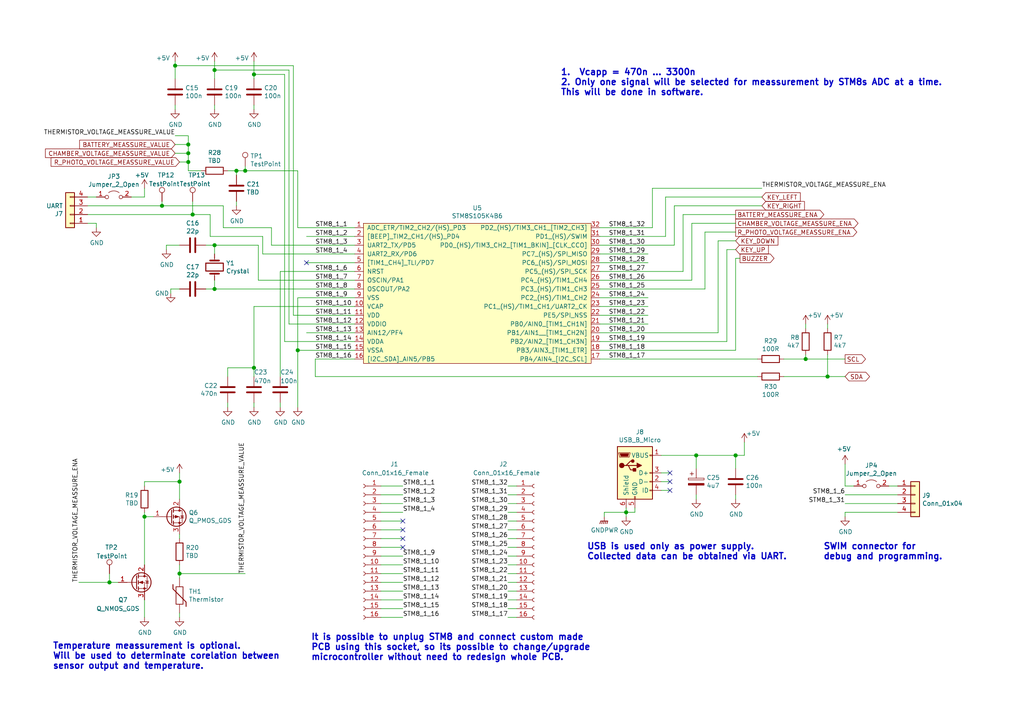
<source format=kicad_sch>
(kicad_sch (version 20231120) (generator "eeschema") (generator_version "8.0")
  (paper "A4")
  (lib_symbols
    (symbol "Connector:Conn_01x16_Female" (pin_names (offset 1.016) hide)
      (property "Reference" "J" (at 0 20.32 0))
      (property "Value" "Conn_01x16_Female" (at 0 -22.86 0))
      (symbol "Conn_01x16_Female_1_1"
        (arc (start 0 -19.812) (mid -0.5058 -20.32) (end 0 -20.828) (stroke (width 0.1524)))
        (arc (start 0 -17.272) (mid -0.5058 -17.78) (end 0 -18.288) (stroke (width 0.1524)))
        (arc (start 0 -14.732) (mid -0.5058 -15.24) (end 0 -15.748) (stroke (width 0.1524)))
        (arc (start 0 -12.192) (mid -0.5058 -12.7) (end 0 -13.208) (stroke (width 0.1524)))
        (arc (start 0 -9.652) (mid -0.5058 -10.16) (end 0 -10.668) (stroke (width 0.1524)))
        (arc (start 0 -7.112) (mid -0.5058 -7.62) (end 0 -8.128) (stroke (width 0.1524)))
        (arc (start 0 -4.572) (mid -0.5058 -5.08) (end 0 -5.588) (stroke (width 0.1524)))
        (arc (start 0 -2.032) (mid -0.5058 -2.54) (end 0 -3.048) (stroke (width 0.1524)))
        (polyline (pts (xy -1.27 -20.32) (xy -0.508 -20.32)) (stroke (width 0.1524)))
        (polyline (pts (xy -1.27 -17.78) (xy -0.508 -17.78)) (stroke (width 0.1524)))
        (polyline (pts (xy -1.27 -15.24) (xy -0.508 -15.24)) (stroke (width 0.1524)))
        (polyline (pts (xy -1.27 -12.7) (xy -0.508 -12.7)) (stroke (width 0.1524)))
        (polyline (pts (xy -1.27 -10.16) (xy -0.508 -10.16)) (stroke (width 0.1524)))
        (polyline (pts (xy -1.27 -7.62) (xy -0.508 -7.62)) (stroke (width 0.1524)))
        (polyline (pts (xy -1.27 -5.08) (xy -0.508 -5.08)) (stroke (width 0.1524)))
        (polyline (pts (xy -1.27 -2.54) (xy -0.508 -2.54)) (stroke (width 0.1524)))
        (polyline (pts (xy -1.27 0) (xy -0.508 0)) (stroke (width 0.1524)))
        (polyline (pts (xy -1.27 2.54) (xy -0.508 2.54)) (stroke (width 0.1524)))
        (polyline (pts (xy -1.27 5.08) (xy -0.508 5.08)) (stroke (width 0.1524)))
        (polyline (pts (xy -1.27 7.62) (xy -0.508 7.62)) (stroke (width 0.1524)))
        (polyline (pts (xy -1.27 10.16) (xy -0.508 10.16)) (stroke (width 0.1524)))
        (polyline (pts (xy -1.27 12.7) (xy -0.508 12.7)) (stroke (width 0.1524)))
        (polyline (pts (xy -1.27 15.24) (xy -0.508 15.24)) (stroke (width 0.1524)))
        (polyline (pts (xy -1.27 17.78) (xy -0.508 17.78)) (stroke (width 0.1524)))
        (arc (start 0 0.508) (mid -0.5058 0) (end 0 -0.508) (stroke (width 0.1524)))
        (arc (start 0 3.048) (mid -0.5058 2.54) (end 0 2.032) (stroke (width 0.1524)))
        (arc (start 0 5.588) (mid -0.5058 5.08) (end 0 4.572) (stroke (width 0.1524)))
        (arc (start 0 8.128) (mid -0.5058 7.62) (end 0 7.112) (stroke (width 0.1524)))
        (arc (start 0 10.668) (mid -0.5058 10.16) (end 0 9.652) (stroke (width 0.1524)))
        (arc (start 0 13.208) (mid -0.5058 12.7) (end 0 12.192) (stroke (width 0.1524)))
        (arc (start 0 15.748) (mid -0.5058 15.24) (end 0 14.732) (stroke (width 0.1524)))
        (arc (start 0 18.288) (mid -0.5058 17.78) (end 0 17.272) (stroke (width 0.1524)))
        (pin passive line (at -5.08 17.78 0) (length 3.81) (name "Pin_1") (number "1"))
        (pin passive line (at -5.08 -5.08 0) (length 3.81) (name "Pin_10") (number "10"))
        (pin passive line (at -5.08 -7.62 0) (length 3.81) (name "Pin_11") (number "11"))
        (pin passive line (at -5.08 -10.16 0) (length 3.81) (name "Pin_12") (number "12"))
        (pin passive line (at -5.08 -12.7 0) (length 3.81) (name "Pin_13") (number "13"))
        (pin passive line (at -5.08 -15.24 0) (length 3.81) (name "Pin_14") (number "14"))
        (pin passive line (at -5.08 -17.78 0) (length 3.81) (name "Pin_15") (number "15"))
        (pin passive line (at -5.08 -20.32 0) (length 3.81) (name "Pin_16") (number "16"))
        (pin passive line (at -5.08 15.24 0) (length 3.81) (name "Pin_2") (number "2"))
        (pin passive line (at -5.08 12.7 0) (length 3.81) (name "Pin_3") (number "3"))
        (pin passive line (at -5.08 10.16 0) (length 3.81) (name "Pin_4") (number "4"))
        (pin passive line (at -5.08 7.62 0) (length 3.81) (name "Pin_5") (number "5"))
        (pin passive line (at -5.08 5.08 0) (length 3.81) (name "Pin_6") (number "6"))
        (pin passive line (at -5.08 2.54 0) (length 3.81) (name "Pin_7") (number "7"))
        (pin passive line (at -5.08 0 0) (length 3.81) (name "Pin_8") (number "8"))
        (pin passive line (at -5.08 -2.54 0) (length 3.81) (name "Pin_9") (number "9"))
      )
    )
    (symbol "Connector:TestPoint" (pin_numbers hide) (pin_names (offset 0.762) hide)
      (property "Reference" "TP" (at 0 6.858 0))
      (property "Value" "TestPoint" (at 0 5.08 0))
      (symbol "TestPoint_0_1"
        (circle (center 0 3.302) (radius 0.762))
      )
      (symbol "TestPoint_1_1"
        (pin passive line (at 0 0 90) (length 2.54) (name "1") (number "1"))
      )
    )
    (symbol "Connector:USB_B_Micro" (pin_names (offset 1.016))
      (property "Reference" "J" (at -5.08 11.43 0))
      (property "Value" "USB_B_Micro" (at -5.08 8.89 0))
      (symbol "USB_B_Micro_0_1"
        (rectangle (start -5.08 -7.62) (end 5.08 7.62) (stroke (width 0.254)) (fill (type background)))
        (circle (center -3.81 2.159) (radius 0.635) (stroke (width 0.254)) (fill (type outline)))
        (circle (center -0.635 3.429) (radius 0.381) (stroke (width 0.254)) (fill (type outline)))
        (rectangle (start -0.127 -7.62) (end 0.127 -6.858))
        (polyline (pts (xy -1.905 2.159) (xy 0.635 2.159)) (stroke (width 0.254)))
        (polyline (pts (xy -3.175 2.159) (xy -2.54 2.159) (xy -1.27 3.429) (xy -0.635 3.429)) (stroke (width 0.254)))
        (polyline (pts (xy -2.54 2.159) (xy -1.905 2.159) (xy -1.27 0.889) (xy 0 0.889)) (stroke (width 0.254)))
        (polyline (pts (xy 0.635 2.794) (xy 0.635 1.524) (xy 1.905 2.159) (xy 0.635 2.794)) (stroke (width 0.254)) (fill (type outline)))
        (polyline (pts (xy -4.318 5.588) (xy -1.778 5.588) (xy -2.032 4.826) (xy -4.064 4.826) (xy -4.318 5.588)) (fill (type outline)))
        (polyline (pts (xy -4.699 5.842) (xy -4.699 5.588) (xy -4.445 4.826) (xy -4.445 4.572) (xy -1.651 4.572) (xy -1.651 4.826) (xy -1.397 5.588) (xy -1.397 5.842) (xy -4.699 5.842)))
        (rectangle (start 0.254 1.27) (end -0.508 0.508) (stroke (width 0.254)) (fill (type outline)))
        (rectangle (start 5.08 -5.207) (end 4.318 -4.953))
        (rectangle (start 5.08 -2.667) (end 4.318 -2.413))
        (rectangle (start 5.08 -0.127) (end 4.318 0.127))
        (rectangle (start 5.08 4.953) (end 4.318 5.207))
      )
      (symbol "USB_B_Micro_1_1"
        (pin power_out line (at 7.62 5.08 180) (length 2.54) (name "VBUS") (number "1"))
        (pin bidirectional line (at 7.62 -2.54 180) (length 2.54) (name "D-") (number "2"))
        (pin bidirectional line (at 7.62 0 180) (length 2.54) (name "D+") (number "3"))
        (pin passive line (at 7.62 -5.08 180) (length 2.54) (name "ID") (number "4"))
        (pin power_out line (at 0 -10.16 90) (length 2.54) (name "GND") (number "5"))
        (pin passive line (at -2.54 -10.16 90) (length 2.54) (name "Shield") (number "6"))
      )
    )
    (symbol "Connector_Generic:Conn_01x04" (pin_names (offset 1.016) hide)
      (property "Reference" "J" (at 0 5.08 0))
      (property "Value" "Conn_01x04" (at 0 -7.62 0))
      (symbol "Conn_01x04_1_1"
        (rectangle (start -1.27 -4.953) (end 0 -5.207) (stroke (width 0.1524)))
        (rectangle (start -1.27 -2.413) (end 0 -2.667) (stroke (width 0.1524)))
        (rectangle (start -1.27 0.127) (end 0 -0.127) (stroke (width 0.1524)))
        (rectangle (start -1.27 2.667) (end 0 2.413) (stroke (width 0.1524)))
        (rectangle (start -1.27 3.81) (end 1.27 -6.35) (stroke (width 0.254)) (fill (type background)))
        (pin passive line (at -5.08 2.54 0) (length 3.81) (name "Pin_1") (number "1"))
        (pin passive line (at -5.08 0 0) (length 3.81) (name "Pin_2") (number "2"))
        (pin passive line (at -5.08 -2.54 0) (length 3.81) (name "Pin_3") (number "3"))
        (pin passive line (at -5.08 -5.08 0) (length 3.81) (name "Pin_4") (number "4"))
      )
    )
    (symbol "Device:C" (pin_numbers hide) (pin_names (offset 0.254))
      (property "Reference" "C" (at 0.635 2.54 0))
      (property "Value" "C" (at 0.635 -2.54 0))
      (symbol "C_0_1"
        (polyline (pts (xy -2.032 -0.762) (xy 2.032 -0.762)) (stroke (width 0.508)))
        (polyline (pts (xy -2.032 0.762) (xy 2.032 0.762)) (stroke (width 0.508)))
      )
      (symbol "C_1_1"
        (pin passive line (at 0 3.81 270) (length 2.794) (name "~") (number "1"))
        (pin passive line (at 0 -3.81 90) (length 2.794) (name "~") (number "2"))
      )
    )
    (symbol "Device:CP" (pin_numbers hide) (pin_names (offset 0.254))
      (property "Reference" "C" (at 0.635 2.54 0))
      (property "Value" "CP" (at 0.635 -2.54 0))
      (symbol "CP_0_1"
        (rectangle (start -2.286 0.508) (end 2.286 1.016))
        (polyline (pts (xy -1.778 2.286) (xy -0.762 2.286)))
        (polyline (pts (xy -1.27 2.794) (xy -1.27 1.778)))
        (rectangle (start 2.286 -0.508) (end -2.286 -1.016) (fill (type outline)))
      )
      (symbol "CP_1_1"
        (pin passive line (at 0 3.81 270) (length 2.794) (name "~") (number "1"))
        (pin passive line (at 0 -3.81 90) (length 2.794) (name "~") (number "2"))
      )
    )
    (symbol "Device:Crystal" (pin_numbers hide) (pin_names (offset 1.016) hide)
      (property "Reference" "Y" (at 0 3.81 0))
      (property "Value" "Crystal" (at 0 -3.81 0))
      (symbol "Crystal_0_1"
        (rectangle (start -1.143 2.54) (end 1.143 -2.54) (stroke (width 0.3048)))
        (polyline (pts (xy -2.54 0) (xy -1.905 0)))
        (polyline (pts (xy -1.905 -1.27) (xy -1.905 1.27)) (stroke (width 0.508)))
        (polyline (pts (xy 1.905 -1.27) (xy 1.905 1.27)) (stroke (width 0.508)))
        (polyline (pts (xy 2.54 0) (xy 1.905 0)))
      )
      (symbol "Crystal_1_1"
        (pin passive line (at -3.81 0 0) (length 1.27) (name "1") (number "1"))
        (pin passive line (at 3.81 0 180) (length 1.27) (name "2") (number "2"))
      )
    )
    (symbol "Device:Q_NMOS_GDS" (pin_names (offset 0) hide)
      (property "Reference" "Q" (at 5.08 1.27 0))
      (property "Value" "Q_NMOS_GDS" (at 5.08 -1.27 0))
      (symbol "Q_NMOS_GDS_0_1"
        (polyline (pts (xy 0.254 0) (xy -2.54 0)))
        (polyline (pts (xy 0.254 1.905) (xy 0.254 -1.905)) (stroke (width 0.254)))
        (polyline (pts (xy 0.762 -1.27) (xy 0.762 -2.286)) (stroke (width 0.254)))
        (polyline (pts (xy 0.762 0.508) (xy 0.762 -0.508)) (stroke (width 0.254)))
        (polyline (pts (xy 0.762 2.286) (xy 0.762 1.27)) (stroke (width 0.254)))
        (polyline (pts (xy 2.54 2.54) (xy 2.54 1.778)))
        (polyline (pts (xy 2.54 -2.54) (xy 2.54 0) (xy 0.762 0)))
        (polyline (pts (xy 0.762 -1.778) (xy 3.302 -1.778) (xy 3.302 1.778) (xy 0.762 1.778)))
        (polyline (pts (xy 1.016 0) (xy 2.032 0.381) (xy 2.032 -0.381) (xy 1.016 0)) (fill (type outline)))
        (polyline (pts (xy 2.794 0.508) (xy 2.921 0.381) (xy 3.683 0.381) (xy 3.81 0.254)))
        (polyline (pts (xy 3.302 0.381) (xy 2.921 -0.254) (xy 3.683 -0.254) (xy 3.302 0.381)))
        (circle (center 1.651 0) (radius 2.794) (stroke (width 0.254)))
        (circle (center 2.54 -1.778) (radius 0.254) (fill (type outline)))
        (circle (center 2.54 1.778) (radius 0.254) (fill (type outline)))
      )
      (symbol "Q_NMOS_GDS_1_1"
        (pin input line (at -5.08 0 0) (length 2.54) (name "G") (number "1"))
        (pin passive line (at 2.54 5.08 270) (length 2.54) (name "D") (number "2"))
        (pin passive line (at 2.54 -5.08 90) (length 2.54) (name "S") (number "3"))
      )
    )
    (symbol "Device:Q_PMOS_GDS" (pin_names (offset 0) hide)
      (property "Reference" "Q" (at 5.08 1.27 0))
      (property "Value" "Q_PMOS_GDS" (at 5.08 -1.27 0))
      (symbol "Q_PMOS_GDS_0_1"
        (polyline (pts (xy 0.254 0) (xy -2.54 0)))
        (polyline (pts (xy 0.254 1.905) (xy 0.254 -1.905)) (stroke (width 0.254)))
        (polyline (pts (xy 0.762 -1.27) (xy 0.762 -2.286)) (stroke (width 0.254)))
        (polyline (pts (xy 0.762 0.508) (xy 0.762 -0.508)) (stroke (width 0.254)))
        (polyline (pts (xy 0.762 2.286) (xy 0.762 1.27)) (stroke (width 0.254)))
        (polyline (pts (xy 2.54 2.54) (xy 2.54 1.778)))
        (polyline (pts (xy 2.54 -2.54) (xy 2.54 0) (xy 0.762 0)))
        (polyline (pts (xy 0.762 1.778) (xy 3.302 1.778) (xy 3.302 -1.778) (xy 0.762 -1.778)))
        (polyline (pts (xy 2.286 0) (xy 1.27 0.381) (xy 1.27 -0.381) (xy 2.286 0)) (fill (type outline)))
        (polyline (pts (xy 2.794 -0.508) (xy 2.921 -0.381) (xy 3.683 -0.381) (xy 3.81 -0.254)))
        (polyline (pts (xy 3.302 -0.381) (xy 2.921 0.254) (xy 3.683 0.254) (xy 3.302 -0.381)))
        (circle (center 1.651 0) (radius 2.794) (stroke (width 0.254)))
        (circle (center 2.54 -1.778) (radius 0.254) (fill (type outline)))
        (circle (center 2.54 1.778) (radius 0.254) (fill (type outline)))
      )
      (symbol "Q_PMOS_GDS_1_1"
        (pin input line (at -5.08 0 0) (length 2.54) (name "G") (number "1"))
        (pin passive line (at 2.54 5.08 270) (length 2.54) (name "D") (number "2"))
        (pin passive line (at 2.54 -5.08 90) (length 2.54) (name "S") (number "3"))
      )
    )
    (symbol "Device:R" (pin_numbers hide) (pin_names (offset 0))
      (property "Reference" "R" (at 2.032 0 90))
      (property "Value" "R" (at 0 0 90))
      (symbol "R_0_1"
        (rectangle (start -1.016 -2.54) (end 1.016 2.54) (stroke (width 0.254)))
      )
      (symbol "R_1_1"
        (pin passive line (at 0 3.81 270) (length 1.27) (name "~") (number "1"))
        (pin passive line (at 0 -3.81 90) (length 1.27) (name "~") (number "2"))
      )
    )
    (symbol "Device:Thermistor" (pin_numbers hide) (pin_names (offset 0))
      (property "Reference" "TH" (at 2.54 1.27 90))
      (property "Value" "Thermistor" (at -2.54 0 90))
      (symbol "Thermistor_0_1"
        (rectangle (start -1.016 2.54) (end 1.016 -2.54) (stroke (width 0.2032)))
        (polyline (pts (xy -1.905 3.175) (xy -1.905 1.905) (xy 1.905 -1.905) (xy 1.905 -3.175) (xy 1.905 -3.175)) (stroke (width 0.254)))
      )
      (symbol "Thermistor_1_1"
        (pin passive line (at 0 5.08 270) (length 2.54) (name "~") (number "1"))
        (pin passive line (at 0 -5.08 90) (length 2.54) (name "~") (number "2"))
      )
    )
    (symbol "IonizationChamber:STM8S105K4B6" (pin_names (offset 1.016))
      (property "Reference" "U" (at 0 5.08 0))
      (property "Value" "STM8S105K4B6" (at 0 2.54 0))
      (symbol "STM8S105K4B6_0_1"
        (rectangle (start -31.75 0) (end 34.29 -40.64) (fill (type background)))
      )
      (symbol "STM8S105K4B6_1_1"
        (pin bidirectional line (at -34.29 -1.27 0) (length 2.54) (name "ADC_ETR/TIM2_CH2/(HS)_PD3") (number "1"))
        (pin bidirectional line (at -34.29 -24.13 0) (length 2.54) (name "VCAP") (number "10"))
        (pin power_in line (at -34.29 -26.67 0) (length 2.54) (name "VDD") (number "11"))
        (pin power_in line (at -34.29 -29.21 0) (length 2.54) (name "VDDIO") (number "12"))
        (pin bidirectional line (at -34.29 -31.75 0) (length 2.54) (name "AIN12/PF4") (number "13"))
        (pin power_in line (at -34.29 -34.29 0) (length 2.54) (name "VDDA") (number "14"))
        (pin power_in line (at -34.29 -36.83 0) (length 2.54) (name "VSSA") (number "15"))
        (pin bidirectional line (at -34.29 -39.37 0) (length 2.54) (name "[I2C_SDA]_AIN5/PB5") (number "16"))
        (pin bidirectional line (at 36.83 -39.37 180) (length 2.54) (name "PB4/AIN4_[I2C_SCL]") (number "17"))
        (pin bidirectional line (at 36.83 -36.83 180) (length 2.54) (name "PB3/AIN3_[TIM1_ETR]") (number "18"))
        (pin bidirectional line (at 36.83 -34.29 180) (length 2.54) (name "PB2/AIN2_[TIM1_CH3N]") (number "19"))
        (pin bidirectional line (at -34.29 -3.81 0) (length 2.54) (name "[BEEP]_TIM2_CH1/(HS)_PD4") (number "2"))
        (pin bidirectional line (at 36.83 -31.75 180) (length 2.54) (name "PB1/AIN1__[TIM1_CH2N]") (number "20"))
        (pin bidirectional line (at 36.83 -29.21 180) (length 2.54) (name "PB0/AIN0_[TIM1_CH1N]") (number "21"))
        (pin bidirectional line (at 36.83 -26.67 180) (length 2.54) (name "PE5/SPI_NSS") (number "22"))
        (pin bidirectional line (at 36.83 -24.13 180) (length 2.54) (name "PC1_(HS)/TIM1_CH1/UART2_CK") (number "23"))
        (pin bidirectional line (at 36.83 -21.59 180) (length 2.54) (name "PC2_(HS)/TIM1_CH2") (number "24"))
        (pin bidirectional line (at 36.83 -19.05 180) (length 2.54) (name "PC3_(HS)/TIM1_CH3") (number "25"))
        (pin bidirectional line (at 36.83 -16.51 180) (length 2.54) (name "PC4_(HS)/TIM1_CH4") (number "26"))
        (pin bidirectional line (at 36.83 -13.97 180) (length 2.54) (name "PC5_(HS)/SPI_SCK") (number "27"))
        (pin bidirectional line (at 36.83 -11.43 180) (length 2.54) (name "PC6_(HS)/SPI_MOSI") (number "28"))
        (pin bidirectional line (at 36.83 -8.89 180) (length 2.54) (name "PC7_(HS)/SPI_MISO") (number "29"))
        (pin bidirectional line (at -34.29 -6.35 0) (length 2.54) (name "UART2_TX/PD5") (number "3"))
        (pin bidirectional line (at 36.83 -6.35 180) (length 2.54) (name "PD0_(HS)/TIM3_CH2_[TIM1_BKIN]_[CLK_CCO]") (number "30"))
        (pin bidirectional line (at 36.83 -3.81 180) (length 2.54) (name "PD1_(HS)/SWIM") (number "31"))
        (pin bidirectional line (at 36.83 -1.27 180) (length 2.54) (name "PD2_(HS)/TIM3_CH1_[TIM2_CH3]") (number "32"))
        (pin bidirectional line (at -34.29 -8.89 0) (length 2.54) (name "UART2_RX/PD6") (number "4"))
        (pin bidirectional line (at -34.29 -11.43 0) (length 2.54) (name "[TIM1_CH4]_TLI/PD7") (number "5"))
        (pin bidirectional line (at -34.29 -13.97 0) (length 2.54) (name "NRST") (number "6"))
        (pin bidirectional line (at -34.29 -16.51 0) (length 2.54) (name "OSCIN/PA1") (number "7"))
        (pin bidirectional line (at -34.29 -19.05 0) (length 2.54) (name "OSCOUT/PA2") (number "8"))
        (pin power_in line (at -34.29 -21.59 0) (length 2.54) (name "VSS") (number "9"))
      )
    )
    (symbol "Jumper:Jumper_2_Open" (pin_names (offset 0) hide)
      (property "Reference" "JP" (at 0 2.794 0))
      (property "Value" "Jumper_2_Open" (at 0 -2.286 0))
      (symbol "Jumper_2_Open_0_0"
        (circle (center -2.032 0) (radius 0.508))
        (circle (center 2.032 0) (radius 0.508))
      )
      (symbol "Jumper_2_Open_0_1"
        (arc (start 1.524 1.27) (mid 0 1.778) (end -1.524 1.27))
      )
      (symbol "Jumper_2_Open_1_1"
        (pin passive line (at -5.08 0 0) (length 2.54) (name "A") (number "1"))
        (pin passive line (at 5.08 0 180) (length 2.54) (name "B") (number "2"))
      )
    )
    (symbol "power:+5V" (power) (pin_names (offset 0))
      (property "Value" "+5V" (at 0 3.556 0))
      (symbol "+5V_0_1"
        (polyline (pts (xy -0.762 1.27) (xy 0 2.54)))
        (polyline (pts (xy 0 0) (xy 0 2.54)))
        (polyline (pts (xy 0 2.54) (xy 0.762 1.27)))
      )
      (symbol "+5V_1_1"
        (pin power_in line (at 0 0 90) (length 0) hide (name "+5V") (number "1"))
      )
    )
    (symbol "power:GND" (power) (pin_names (offset 0))
      (property "Value" "GND" (at 0 -3.81 0))
      (symbol "GND_0_1"
        (polyline (pts (xy 0 0) (xy 0 -1.27) (xy 1.27 -1.27) (xy 0 -2.54) (xy -1.27 -1.27) (xy 0 -1.27)))
      )
      (symbol "GND_1_1"
        (pin power_in line (at 0 0 270) (length 0) hide (name "GND") (number "1"))
      )
    )
    (symbol "power:GNDPWR" (power) (pin_names (offset 0))
      (property "Value" "GNDPWR" (at 0 -3.302 0))
      (symbol "GNDPWR_0_1"
        (polyline (pts (xy 0 -1.27) (xy 0 0)))
        (polyline (pts (xy -1.016 -1.27) (xy -1.27 -2.032) (xy -1.27 -2.032)) (stroke (width 0.2032)))
        (polyline (pts (xy -0.508 -1.27) (xy -0.762 -2.032) (xy -0.762 -2.032)) (stroke (width 0.2032)))
        (polyline (pts (xy 0 -1.27) (xy -0.254 -2.032) (xy -0.254 -2.032)) (stroke (width 0.2032)))
        (polyline (pts (xy 0.508 -1.27) (xy 0.254 -2.032) (xy 0.254 -2.032)) (stroke (width 0.2032)))
        (polyline (pts (xy 1.016 -1.27) (xy -1.016 -1.27) (xy -1.016 -1.27)) (stroke (width 0.2032)))
        (polyline (pts (xy 1.016 -1.27) (xy 0.762 -2.032) (xy 0.762 -2.032) (xy 0.762 -2.032)) (stroke (width 0.2032)))
      )
      (symbol "GNDPWR_1_1"
        (pin power_in line (at 0 0 270) (length 0) hide (name "GNDPWR") (number "1"))
      )
    )
  )
  (junction (at 233.68 104.14) (diameter 1.016))
  (junction (at 31.75 168.91) (diameter 1.016))
  (junction (at 181.61 148.59) (diameter 1.016))
  (junction (at 54.61 44.45) (diameter 1.016))
  (junction (at 73.66 106.68) (diameter 1.016))
  (junction (at 46.99 59.69) (diameter 1.016))
  (junction (at 86.36 101.6) (diameter 1.016))
  (junction (at 55.88 62.23) (diameter 1.016))
  (junction (at 240.03 109.22) (diameter 1.016))
  (junction (at 54.61 46.99) (diameter 1.016))
  (junction (at 52.07 139.7) (diameter 1.016))
  (junction (at 54.61 41.91) (diameter 1.016))
  (junction (at 52.07 166.37) (diameter 1.016))
  (junction (at 62.23 83.82) (diameter 1.016))
  (junction (at 62.23 71.12) (diameter 1.016))
  (junction (at 68.58 49.53) (diameter 1.016))
  (junction (at 213.36 132.08) (diameter 1.016))
  (junction (at 201.93 132.08) (diameter 1.016))
  (junction (at 62.23 20.32) (diameter 1.016))
  (junction (at 41.91 149.86) (diameter 1.016))
  (junction (at 50.8 19.05) (diameter 1.016))
  (junction (at 71.12 49.53) (diameter 1.016))
  (junction (at 73.66 21.59) (diameter 1.016))
  (no_connect (at 194.31 142.24))
  (no_connect (at 116.84 153.67))
  (no_connect (at 116.84 156.21))
  (no_connect (at 194.31 137.16))
  (no_connect (at 116.84 158.75))
  (no_connect (at 194.31 139.7))
  (no_connect (at 88.9 76.2))
  (no_connect (at 116.84 151.13))
  (wire (pts (xy 60.96 68.58) (xy 60.96 62.23)))
  (wire (pts (xy 31.75 168.91) (xy 22.86 168.91)))
  (wire (pts (xy 50.8 17.78) (xy 50.8 19.05)))
  (wire (pts (xy 110.49 161.29) (xy 116.84 161.29)))
  (wire (pts (xy 191.77 132.08) (xy 201.93 132.08)))
  (wire (pts (xy 62.23 30.48) (xy 62.23 31.75)))
  (wire (pts (xy 110.49 179.07) (xy 116.84 179.07)))
  (wire (pts (xy 73.66 116.84) (xy 73.66 118.11)))
  (wire (pts (xy 50.8 30.48) (xy 50.8 31.75)))
  (wire (pts (xy 41.91 149.86) (xy 41.91 148.59)))
  (wire (pts (xy 52.07 166.37) (xy 52.07 167.64)))
  (wire (pts (xy 110.49 176.53) (xy 116.84 176.53)))
  (wire (pts (xy 213.36 101.6) (xy 213.36 74.93)))
  (wire (pts (xy 86.36 49.53) (xy 71.12 49.53)))
  (wire (pts (xy 81.28 78.74) (xy 102.87 78.74)))
  (wire (pts (xy 110.49 173.99) (xy 116.84 173.99)))
  (wire (pts (xy 173.99 101.6) (xy 213.36 101.6)))
  (wire (pts (xy 54.61 46.99) (xy 54.61 49.53)))
  (wire (pts (xy 81.28 116.84) (xy 81.28 118.11)))
  (wire (pts (xy 66.04 109.22) (xy 66.04 106.68)))
  (wire (pts (xy 173.99 76.2) (xy 187.96 76.2)))
  (wire (pts (xy 195.58 59.69) (xy 220.98 59.69)))
  (wire (pts (xy 189.23 54.61) (xy 220.98 54.61)))
  (wire (pts (xy 200.66 64.77) (xy 213.36 64.77)))
  (wire (pts (xy 147.32 148.59) (xy 149.86 148.59)))
  (wire (pts (xy 204.47 67.31) (xy 213.36 67.31)))
  (wire (pts (xy 48.26 71.12) (xy 48.26 72.39)))
  (wire (pts (xy 213.36 69.85) (xy 208.28 69.85)))
  (wire (pts (xy 74.93 81.28) (xy 102.87 81.28)))
  (wire (pts (xy 147.32 153.67) (xy 149.86 153.67)))
  (wire (pts (xy 44.45 149.86) (xy 41.91 149.86)))
  (wire (pts (xy 147.32 171.45) (xy 149.86 171.45)))
  (wire (pts (xy 173.99 86.36) (xy 187.96 86.36)))
  (wire (pts (xy 25.4 57.15) (xy 27.94 57.15)))
  (wire (pts (xy 59.69 71.12) (xy 62.23 71.12)))
  (wire (pts (xy 213.36 72.39) (xy 210.82 72.39)))
  (wire (pts (xy 54.61 46.99) (xy 54.61 44.45)))
  (wire (pts (xy 41.91 139.7) (xy 52.07 139.7)))
  (wire (pts (xy 73.66 17.78) (xy 73.66 21.59)))
  (wire (pts (xy 76.2 73.66) (xy 102.87 73.66)))
  (wire (pts (xy 41.91 140.97) (xy 41.91 139.7)))
  (wire (pts (xy 184.15 148.59) (xy 184.15 147.32)))
  (wire (pts (xy 173.99 104.14) (xy 219.71 104.14)))
  (wire (pts (xy 54.61 39.37) (xy 50.8 39.37)))
  (wire (pts (xy 233.68 102.87) (xy 233.68 104.14)))
  (wire (pts (xy 46.99 59.69) (xy 64.77 59.69)))
  (wire (pts (xy 173.99 96.52) (xy 208.28 96.52)))
  (wire (pts (xy 193.04 68.58) (xy 193.04 57.15)))
  (wire (pts (xy 110.49 163.83) (xy 116.84 163.83)))
  (wire (pts (xy 181.61 148.59) (xy 181.61 149.86)))
  (wire (pts (xy 175.26 148.59) (xy 175.26 149.86)))
  (wire (pts (xy 50.8 19.05) (xy 50.8 22.86)))
  (wire (pts (xy 73.66 88.9) (xy 73.66 106.68)))
  (wire (pts (xy 41.91 173.99) (xy 41.91 179.07)))
  (wire (pts (xy 52.07 154.94) (xy 52.07 156.21)))
  (wire (pts (xy 76.2 68.58) (xy 60.96 68.58)))
  (wire (pts (xy 83.82 20.32) (xy 83.82 93.98)))
  (wire (pts (xy 240.03 95.25) (xy 240.03 93.98)))
  (wire (pts (xy 173.99 93.98) (xy 187.96 93.98)))
  (wire (pts (xy 181.61 147.32) (xy 181.61 148.59)))
  (wire (pts (xy 68.58 50.8) (xy 68.58 49.53)))
  (wire (pts (xy 201.93 135.89) (xy 201.93 132.08)))
  (wire (pts (xy 233.68 95.25) (xy 233.68 93.98)))
  (wire (pts (xy 59.69 83.82) (xy 62.23 83.82)))
  (wire (pts (xy 52.07 83.82) (xy 49.53 83.82)))
  (wire (pts (xy 71.12 49.53) (xy 68.58 49.53)))
  (wire (pts (xy 52.07 139.7) (xy 52.07 144.78)))
  (wire (pts (xy 73.66 106.68) (xy 73.66 109.22)))
  (wire (pts (xy 173.99 99.06) (xy 210.82 99.06)))
  (wire (pts (xy 213.36 143.51) (xy 213.36 144.78)))
  (wire (pts (xy 110.49 140.97) (xy 116.84 140.97)))
  (wire (pts (xy 25.4 62.23) (xy 55.88 62.23)))
  (wire (pts (xy 215.9 128.27) (xy 215.9 132.08)))
  (wire (pts (xy 110.49 171.45) (xy 116.84 171.45)))
  (wire (pts (xy 52.07 71.12) (xy 48.26 71.12)))
  (wire (pts (xy 149.86 179.07) (xy 147.32 179.07)))
  (wire (pts (xy 78.74 71.12) (xy 78.74 66.04)))
  (wire (pts (xy 245.11 104.14) (xy 233.68 104.14)))
  (wire (pts (xy 260.35 146.05) (xy 245.11 146.05)))
  (wire (pts (xy 198.12 62.23) (xy 213.36 62.23)))
  (wire (pts (xy 213.36 132.08) (xy 213.36 135.89)))
  (wire (pts (xy 86.36 66.04) (xy 86.36 49.53)))
  (wire (pts (xy 52.07 46.99) (xy 54.61 46.99)))
  (wire (pts (xy 195.58 71.12) (xy 195.58 59.69)))
  (wire (pts (xy 110.49 166.37) (xy 116.84 166.37)))
  (wire (pts (xy 247.65 140.97) (xy 245.11 140.97)))
  (wire (pts (xy 62.23 20.32) (xy 62.23 22.86)))
  (wire (pts (xy 91.44 104.14) (xy 91.44 109.22)))
  (wire (pts (xy 62.23 83.82) (xy 102.87 83.82)))
  (wire (pts (xy 25.4 59.69) (xy 46.99 59.69)))
  (wire (pts (xy 173.99 83.82) (xy 204.47 83.82)))
  (wire (pts (xy 110.49 153.67) (xy 116.84 153.67)))
  (wire (pts (xy 86.36 66.04) (xy 102.87 66.04)))
  (wire (pts (xy 193.04 57.15) (xy 220.98 57.15)))
  (wire (pts (xy 213.36 74.93) (xy 214.63 74.93)))
  (wire (pts (xy 73.66 88.9) (xy 102.87 88.9)))
  (wire (pts (xy 147.32 176.53) (xy 149.86 176.53)))
  (wire (pts (xy 82.55 99.06) (xy 102.87 99.06)))
  (wire (pts (xy 62.23 83.82) (xy 62.23 81.28)))
  (wire (pts (xy 198.12 78.74) (xy 198.12 62.23)))
  (wire (pts (xy 110.49 143.51) (xy 116.84 143.51)))
  (wire (pts (xy 110.49 168.91) (xy 116.84 168.91)))
  (wire (pts (xy 52.07 177.8) (xy 52.07 179.07)))
  (wire (pts (xy 191.77 139.7) (xy 194.31 139.7)))
  (wire (pts (xy 260.35 148.59) (xy 245.11 148.59)))
  (wire (pts (xy 110.49 158.75) (xy 116.84 158.75)))
  (wire (pts (xy 147.32 168.91) (xy 149.86 168.91)))
  (wire (pts (xy 147.32 146.05) (xy 149.86 146.05)))
  (wire (pts (xy 66.04 106.68) (xy 73.66 106.68)))
  (wire (pts (xy 78.74 71.12) (xy 102.87 71.12)))
  (wire (pts (xy 147.32 158.75) (xy 149.86 158.75)))
  (wire (pts (xy 86.36 101.6) (xy 102.87 101.6)))
  (wire (pts (xy 62.23 71.12) (xy 62.23 73.66)))
  (wire (pts (xy 66.04 116.84) (xy 66.04 118.11)))
  (wire (pts (xy 173.99 73.66) (xy 187.96 73.66)))
  (wire (pts (xy 85.09 91.44) (xy 102.87 91.44)))
  (wire (pts (xy 50.8 44.45) (xy 54.61 44.45)))
  (wire (pts (xy 86.36 86.36) (xy 86.36 101.6)))
  (wire (pts (xy 81.28 78.74) (xy 81.28 109.22)))
  (wire (pts (xy 31.75 166.37) (xy 31.75 168.91)))
  (wire (pts (xy 62.23 17.78) (xy 62.23 20.32)))
  (wire (pts (xy 201.93 132.08) (xy 213.36 132.08)))
  (wire (pts (xy 52.07 163.83) (xy 52.07 166.37)))
  (wire (pts (xy 25.4 64.77) (xy 27.94 64.77)))
  (wire (pts (xy 200.66 81.28) (xy 200.66 64.77)))
  (wire (pts (xy 147.32 166.37) (xy 149.86 166.37)))
  (wire (pts (xy 54.61 41.91) (xy 54.61 39.37)))
  (wire (pts (xy 260.35 143.51) (xy 245.11 143.51)))
  (wire (pts (xy 147.32 151.13) (xy 149.86 151.13)))
  (wire (pts (xy 110.49 146.05) (xy 116.84 146.05)))
  (wire (pts (xy 245.11 109.22) (xy 240.03 109.22)))
  (wire (pts (xy 173.99 81.28) (xy 200.66 81.28)))
  (wire (pts (xy 102.87 76.2) (xy 88.9 76.2)))
  (wire (pts (xy 55.88 62.23) (xy 60.96 62.23)))
  (wire (pts (xy 27.94 64.77) (xy 27.94 66.04)))
  (wire (pts (xy 102.87 68.58) (xy 88.9 68.58)))
  (wire (pts (xy 82.55 21.59) (xy 82.55 99.06)))
  (wire (pts (xy 34.29 168.91) (xy 31.75 168.91)))
  (wire (pts (xy 240.03 102.87) (xy 240.03 109.22)))
  (wire (pts (xy 55.88 58.42) (xy 55.88 62.23)))
  (wire (pts (xy 102.87 104.14) (xy 91.44 104.14)))
  (wire (pts (xy 245.11 148.59) (xy 245.11 149.86)))
  (wire (pts (xy 78.74 66.04) (xy 64.77 66.04)))
  (wire (pts (xy 173.99 66.04) (xy 189.23 66.04)))
  (wire (pts (xy 204.47 83.82) (xy 204.47 67.31)))
  (wire (pts (xy 46.99 58.42) (xy 46.99 59.69)))
  (wire (pts (xy 110.49 156.21) (xy 116.84 156.21)))
  (wire (pts (xy 213.36 132.08) (xy 215.9 132.08)))
  (wire (pts (xy 233.68 104.14) (xy 227.33 104.14)))
  (wire (pts (xy 173.99 91.44) (xy 187.96 91.44)))
  (wire (pts (xy 147.32 156.21) (xy 149.86 156.21)))
  (wire (pts (xy 54.61 44.45) (xy 54.61 41.91)))
  (wire (pts (xy 73.66 22.86) (xy 73.66 21.59)))
  (wire (pts (xy 147.32 140.97) (xy 149.86 140.97)))
  (wire (pts (xy 189.23 66.04) (xy 189.23 54.61)))
  (wire (pts (xy 110.49 151.13) (xy 116.84 151.13)))
  (wire (pts (xy 54.61 41.91) (xy 50.8 41.91)))
  (wire (pts (xy 260.35 140.97) (xy 257.81 140.97)))
  (wire (pts (xy 64.77 66.04) (xy 64.77 59.69)))
  (wire (pts (xy 173.99 88.9) (xy 187.96 88.9)))
  (wire (pts (xy 73.66 30.48) (xy 73.66 31.75)))
  (wire (pts (xy 102.87 96.52) (xy 88.9 96.52)))
  (wire (pts (xy 85.09 19.05) (xy 85.09 91.44)))
  (wire (pts (xy 240.03 109.22) (xy 227.33 109.22)))
  (wire (pts (xy 71.12 48.26) (xy 71.12 49.53)))
  (wire (pts (xy 147.32 161.29) (xy 149.86 161.29)))
  (wire (pts (xy 91.44 109.22) (xy 219.71 109.22)))
  (wire (pts (xy 86.36 86.36) (xy 102.87 86.36)))
  (wire (pts (xy 181.61 148.59) (xy 184.15 148.59)))
  (wire (pts (xy 147.32 143.51) (xy 149.86 143.51)))
  (wire (pts (xy 52.07 139.7) (xy 52.07 137.16)))
  (wire (pts (xy 181.61 148.59) (xy 175.26 148.59)))
  (wire (pts (xy 41.91 163.83) (xy 41.91 149.86)))
  (wire (pts (xy 52.07 166.37) (xy 71.12 166.37)))
  (wire (pts (xy 147.32 163.83) (xy 149.86 163.83)))
  (wire (pts (xy 38.1 57.15) (xy 41.91 57.15)))
  (wire (pts (xy 86.36 101.6) (xy 86.36 118.11)))
  (wire (pts (xy 41.91 57.15) (xy 41.91 54.61)))
  (wire (pts (xy 58.42 49.53) (xy 54.61 49.53)))
  (wire (pts (xy 173.99 68.58) (xy 193.04 68.58)))
  (wire (pts (xy 208.28 69.85) (xy 208.28 96.52)))
  (wire (pts (xy 62.23 71.12) (xy 74.93 71.12)))
  (wire (pts (xy 83.82 20.32) (xy 62.23 20.32)))
  (wire (pts (xy 85.09 19.05) (xy 50.8 19.05)))
  (wire (pts (xy 173.99 78.74) (xy 198.12 78.74)))
  (wire (pts (xy 68.58 49.53) (xy 66.04 49.53)))
  (wire (pts (xy 201.93 143.51) (xy 201.93 144.78)))
  (wire (pts (xy 191.77 137.16) (xy 194.31 137.16)))
  (wire (pts (xy 110.49 148.59) (xy 116.84 148.59)))
  (wire (pts (xy 173.99 71.12) (xy 195.58 71.12)))
  (wire (pts (xy 245.11 140.97) (xy 245.11 134.62)))
  (wire (pts (xy 147.32 173.99) (xy 149.86 173.99)))
  (wire (pts (xy 83.82 93.98) (xy 102.87 93.98)))
  (wire (pts (xy 76.2 73.66) (xy 76.2 68.58)))
  (wire (pts (xy 191.77 142.24) (xy 194.31 142.24)))
  (wire (pts (xy 68.58 59.69) (xy 68.58 58.42)))
  (wire (pts (xy 49.53 83.82) (xy 49.53 85.09)))
  (wire (pts (xy 74.93 71.12) (xy 74.93 81.28)))
  (wire (pts (xy 210.82 72.39) (xy 210.82 99.06)))
  (wire (pts (xy 82.55 21.59) (xy 73.66 21.59)))
  (text "Temperature meassurement is optional.\nWill be used to determinate corelation between \nsensor output and temperature." (at 15.24 194.31 0) (effects (font (size 1.8034 1.8034) (thickness 0.3607) (bold yes)) (justify left bottom)))
  (text "1.  Vcapp = 470n ... 3300n\n2. Only one signal will be selected for meassurement by STM8s ADC at a time.\nThis will be done in software." (at 162.56 27.94 0) (effects (font (size 1.8034 1.8034) (thickness 0.3607) (bold yes)) (justify left bottom)))
  (text "USB is used only as power supply.\nCollected data can be obtained via UART." (at 170.18 162.56 0) (effects (font (size 1.8034 1.8034) (thickness 0.3607) (bold yes)) (justify left bottom)))
  (text "SWIM connector for \ndebug and programming." (at 238.76 162.56 0) (effects (font (size 1.8034 1.8034) (thickness 0.3607) (bold yes)) (justify left bottom)))
  (text "It is possible to unplug STM8 and connect custom made\nPCB using this socket, so its possible to change/upgrade\nmicrocontroller without need to redesign whole PCB. " (at 90.17 191.77 0) (effects (font (size 1.8034 1.8034) (thickness 0.3607) (bold yes)) (justify left bottom)))
  (label "STM8_1_1" (at 116.84 140.97 0))
  (label "STM8_1_25" (at 176.53 83.82 0))
  (label "STM8_1_23" (at 147.32 163.83 180))
  (label "STM8_1_27" (at 176.53 78.74 0))
  (label "STM8_1_11" (at 91.44 91.44 0))
  (label "STM8_1_28" (at 176.53 76.2 0))
  (label "STM8_1_27" (at 147.32 153.67 180))
  (label "STM8_1_10" (at 91.44 88.9 0))
  (label "STM8_1_4" (at 116.84 148.59 0))
  (label "THERMISTOR_VOLTAGE_MEASSURE_VALUE" (at 71.12 166.37 90))
  (label "STM8_1_24" (at 147.32 161.29 180))
  (label "STM8_1_22" (at 176.53 91.44 0))
  (label "STM8_1_11" (at 116.84 166.37 0))
  (label "STM8_1_29" (at 176.53 73.66 0))
  (label "STM8_1_8" (at 91.44 83.82 0))
  (label "STM8_1_6" (at 91.44 78.74 0))
  (label "STM8_1_25" (at 147.32 158.75 180))
  (label "STM8_1_12" (at 116.84 168.91 0))
  (label "STM8_1_23" (at 176.53 88.9 0))
  (label "STM8_1_16" (at 91.44 104.14 0))
  (label "STM8_1_30" (at 147.32 146.05 180))
  (label "STM8_1_21" (at 176.53 93.98 0))
  (label "STM8_1_9" (at 116.84 161.29 0))
  (label "THERMISTOR_VOLTAGE_MEASSURE_ENA" (at 22.86 168.91 90))
  (label "STM8_1_19" (at 147.32 173.99 180))
  (label "STM8_1_7" (at 91.44 81.28 0))
  (label "STM8_1_20" (at 176.53 96.52 0))
  (label "STM8_1_15" (at 116.84 176.53 0))
  (label "STM8_1_12" (at 91.44 93.98 0))
  (label "STM8_1_24" (at 176.53 86.36 0))
  (label "STM8_1_26" (at 176.53 81.28 0))
  (label "STM8_1_17" (at 176.53 104.14 0))
  (label "THERMISTOR_VOLTAGE_MEASSURE_VALUE" (at 50.8 39.37 180))
  (label "STM8_1_19" (at 176.53 99.06 0))
  (label "STM8_1_10" (at 116.84 163.83 0))
  (label "STM8_1_32" (at 147.32 140.97 180))
  (label "STM8_1_6" (at 245.11 143.51 180))
  (label "STM8_1_4" (at 91.44 73.66 0))
  (label "STM8_1_2" (at 116.84 143.51 0))
  (label "STM8_1_26" (at 147.32 156.21 180))
  (label "STM8_1_15" (at 91.44 101.6 0))
  (label "STM8_1_32" (at 176.53 66.04 0))
  (label "STM8_1_16" (at 116.84 179.07 0))
  (label "STM8_1_31" (at 147.32 143.51 180))
  (label "STM8_1_22" (at 147.32 166.37 180))
  (label "STM8_1_21" (at 147.32 168.91 180))
  (label "STM8_1_13" (at 91.44 96.52 0))
  (label "STM8_1_20" (at 147.32 171.45 180))
  (label "STM8_1_18" (at 176.53 101.6 0))
  (label "STM8_1_30" (at 176.53 71.12 0))
  (label "STM8_1_18" (at 147.32 176.53 180))
  (label "STM8_1_17" (at 147.32 179.07 180))
  (label "STM8_1_31" (at 176.53 68.58 0))
  (label "STM8_1_14" (at 91.44 99.06 0))
  (label "STM8_1_13" (at 116.84 171.45 0))
  (label "STM8_1_28" (at 147.32 151.13 180))
  (label "STM8_1_29" (at 147.32 148.59 180))
  (label "STM8_1_3" (at 116.84 146.05 0))
  (label "STM8_1_31" (at 245.11 146.05 180))
  (label "STM8_1_3" (at 91.44 71.12 0))
  (label "THERMISTOR_VOLTAGE_MEASSURE_ENA" (at 220.98 54.61 0))
  (label "STM8_1_14" (at 116.84 173.99 0))
  (label "STM8_1_1" (at 91.44 66.04 0))
  (label "STM8_1_2" (at 91.44 68.58 0))
  (label "STM8_1_9" (at 91.44 86.36 0))
  (global_label "SCL" (shape output) (at 245.11 104.14 0) (property "Intersheetrefs" "${INTERSHEET_REFS}" (effects (hide yes))))
  (global_label "BATTERY_MEASSURE_VALUE" (shape input) (at 50.8 41.91 180) (property "Intersheetrefs" "${INTERSHEET_REFS}" (effects (hide yes))))
  (global_label "BUZZER" (shape output) (at 214.63 74.93 0) (property "Intersheetrefs" "${INTERSHEET_REFS}" (effects (hide yes))))
  (global_label "CHAMBER_VOLTAGE_MEASSURE_ENA" (shape output) (at 213.36 64.77 0) (property "Intersheetrefs" "${INTERSHEET_REFS}" (effects (hide yes))))
  (global_label "KEY_DOWN" (shape input) (at 213.36 69.85 0) (property "Intersheetrefs" "${INTERSHEET_REFS}" (effects (hide yes))))
  (global_label "CHAMBER_VOLTAGE_MEASSURE_VALUE" (shape input) (at 50.8 44.45 180) (property "Intersheetrefs" "${INTERSHEET_REFS}" (effects (hide yes))))
  (global_label "KEY_UP" (shape input) (at 213.36 72.39 0) (property "Intersheetrefs" "${INTERSHEET_REFS}" (effects (hide yes))))
  (global_label "KEY_RIGHT" (shape input) (at 220.98 59.69 0) (property "Intersheetrefs" "${INTERSHEET_REFS}" (effects (hide yes))))
  (global_label "R_PHOTO_VOLTAGE_MEASSURE_VALUE" (shape input) (at 52.07 46.99 180) (property "Intersheetrefs" "${INTERSHEET_REFS}" (effects (hide yes))))
  (global_label "SDA" (shape bidirectional) (at 245.11 109.22 0) (property "Intersheetrefs" "${INTERSHEET_REFS}" (effects (hide yes))))
  (global_label "BATTERY_MEASSURE_ENA" (shape output) (at 213.36 62.23 0) (property "Intersheetrefs" "${INTERSHEET_REFS}" (effects (hide yes))))
  (global_label "R_PHOTO_VOLTAGE_MEASSURE_ENA" (shape output) (at 213.36 67.31 0) (property "Intersheetrefs" "${INTERSHEET_REFS}" (effects (hide yes))))
  (global_label "KEY_LEFT" (shape input) (at 220.98 57.15 0) (property "Intersheetrefs" "${INTERSHEET_REFS}" (effects (hide yes))))
  (symbol (lib_id "Device:R") (at 233.68 99.06 0) (mirror x) (unit 1)
    (property "Reference" "R8" (at 231.902 97.8916 0) (effects (justify right)))
    (property "Value" "4k7" (at 231.902 100.203 0) (effects (justify right)))
    (property "Footprint" "Resistor_SMD:R_0805_2012Metric" (effects (hide yes)))
    (property "LCSC" "C25900" (effects (hide yes)))
  )
  (symbol (lib_id "Device:R") (at 240.03 99.06 0) (mirror x) (unit 1)
    (property "Reference" "R7" (at 241.7826 97.8916 0) (effects (justify left)))
    (property "Value" "4k7" (at 241.7826 100.203 0) (effects (justify left)))
    (property "Footprint" "Resistor_SMD:R_0805_2012Metric" (effects (hide yes)))
    (property "LCSC" "C25900" (effects (hide yes)))
  )
  (symbol (lib_id "power:+5V") (at 233.68 93.98 0) (mirror y) (unit 1)
    (property "Reference" "#PWR010" (effects (hide yes)))
    (property "Value" "+5V" (at 236.22 91.44 0))
  )
  (symbol (lib_id "power:+5V") (at 240.03 93.98 0) (mirror y) (unit 1)
    (property "Reference" "#PWR09" (effects (hide yes)))
    (property "Value" "+5V" (at 242.57 91.44 0))
  )
  (symbol (lib_id "Device:Thermistor") (at 52.07 172.72 0) (unit 1)
    (property "Reference" "TH1" (at 54.737 171.5516 0) (effects (justify left)))
    (property "Value" "Thermistor" (at 54.737 173.863 0) (effects (justify left)))
    (property "Footprint" "Resistor_SMD:R_0805_2012Metric" (effects (hide yes)))
  )
  (symbol (lib_id "IonizationChamber:STM8S105K4B6") (at 137.16 64.77 0) (unit 1)
    (property "Reference" "U5" (at 138.43 60.325 0))
    (property "Value" "STM8S105K4B6" (at 138.43 62.6364 0))
    (property "Footprint" "IonizationChamber:DIP-32_400_ELL" (effects (hide yes)))
    (property "Datasheet" "https://www.farnell.com/datasheets/1973125.pdf" (effects (hide yes)))
  )
  (symbol (lib_id "Device:R") (at 223.52 104.14 90) (mirror x) (unit 1)
    (property "Reference" "R29" (at 223.52 98.8822 90))
    (property "Value" "100R" (at 223.52 101.1936 90))
    (property "Footprint" "Resistor_SMD:R_0805_2012Metric" (effects (hide yes)))
    (property "LCSC" "C17408" (effects (hide yes)))
  )
  (symbol (lib_id "Device:R") (at 223.52 109.22 90) (mirror x) (unit 1)
    (property "Reference" "R30" (at 223.52 112.141 90))
    (property "Value" "100R" (at 223.52 114.4524 90))
    (property "Footprint" "Resistor_SMD:R_0805_2012Metric" (effects (hide yes)))
    (property "LCSC" "C17408" (effects (hide yes)))
  )
  (symbol (lib_id "Device:C") (at 66.04 113.03 0) (unit 1)
    (property "Reference" "C22" (at 63.119 111.8616 0) (effects (justify right)))
    (property "Value" "470n" (at 63.119 114.173 0) (effects (justify right)))
    (property "Footprint" "Capacitor_SMD:C_0805_2012Metric" (effects (hide yes)))
  )
  (symbol (lib_id "power:GND") (at 66.04 118.11 0) (unit 1)
    (property "Reference" "#PWR047" (effects (hide yes)))
    (property "Value" "GND" (at 66.167 122.5042 0))
  )
  (symbol (lib_id "Device:C") (at 73.66 113.03 0) (unit 1)
    (property "Reference" "C23" (at 73.66 107.95 0) (effects (justify left)))
    (property "Value" "470n" (at 73.66 110.49 0) (effects (justify left)))
    (property "Footprint" "Capacitor_SMD:C_0805_2012Metric" (effects (hide yes)))
  )
  (symbol (lib_id "power:GND") (at 73.66 118.11 0) (unit 1)
    (property "Reference" "#PWR048" (effects (hide yes)))
    (property "Value" "GND" (at 73.787 122.5042 0))
  )
  (symbol (lib_id "Connector:Conn_01x16_Female") (at 154.94 158.75 0) (unit 1)
    (property "Reference" "J2" (at 144.78 134.62 0) (effects (justify left)))
    (property "Value" "Conn_01x16_Female" (at 137.16 137.16 0) (effects (justify left)))
    (property "Footprint" "Connector_PinSocket_2.54mm:PinSocket_1x16_P2.54mm_Vertical" (effects (hide yes)))
  )
  (symbol (lib_id "Device:C") (at 81.28 113.03 0) (unit 1)
    (property "Reference" "C24" (at 81.28 107.95 0) (effects (justify left)))
    (property "Value" "100n" (at 81.28 110.49 0) (effects (justify left)))
    (property "Footprint" "Capacitor_SMD:C_0805_2012Metric" (effects (hide yes)))
    (property "LCSC" "C282732" (effects (hide yes)))
  )
  (symbol (lib_id "power:GND") (at 81.28 118.11 0) (unit 1)
    (property "Reference" "#PWR049" (effects (hide yes)))
    (property "Value" "GND" (at 81.407 122.5042 0))
  )
  (symbol (lib_id "Connector:Conn_01x16_Female") (at 105.41 158.75 0) (mirror y) (unit 1)
    (property "Reference" "J1" (at 115.57 134.62 0) (effects (justify left)))
    (property "Value" "Conn_01x16_Female" (at 124.46 137.16 0) (effects (justify left)))
    (property "Footprint" "Connector_PinSocket_2.54mm:PinSocket_1x16_P2.54mm_Vertical" (effects (hide yes)))
  )
  (symbol (lib_id "Device:Crystal") (at 62.23 77.47 270) (unit 1)
    (property "Reference" "Y1" (at 65.5574 76.3016 90) (effects (justify left)))
    (property "Value" "Crystal" (at 65.5574 78.613 90) (effects (justify left)))
    (property "Footprint" "Crystal:Crystal_SMD_5032-2Pin_5.0x3.2mm_HandSoldering" (effects (hide yes)))
  )
  (symbol (lib_id "Device:C") (at 55.88 71.12 270) (unit 1)
    (property "Reference" "C16" (at 55.88 64.7192 90))
    (property "Value" "22p" (at 55.88 67.0306 90))
    (property "Footprint" "Capacitor_SMD:C_0805_2012Metric" (effects (hide yes)))
  )
  (symbol (lib_id "Device:C") (at 55.88 83.82 270) (unit 1)
    (property "Reference" "C17" (at 55.88 77.4192 90))
    (property "Value" "22p" (at 55.88 79.7306 90))
    (property "Footprint" "Capacitor_SMD:C_0805_2012Metric" (effects (hide yes)))
  )
  (symbol (lib_id "power:GND") (at 49.53 85.09 0) (unit 1)
    (property "Reference" "#PWR033" (effects (hide yes)))
    (property "Value" "GND" (at 46.99 85.09 0))
  )
  (symbol (lib_id "power:GND") (at 48.26 72.39 0) (unit 1)
    (property "Reference" "#PWR06" (effects (hide yes)))
    (property "Value" "GND" (at 48.387 76.7842 0))
  )
  (symbol (lib_id "Device:R") (at 62.23 49.53 270) (unit 1)
    (property "Reference" "R28" (at 62.23 44.2722 90))
    (property "Value" "TBD" (at 62.23 46.5836 90))
    (property "Footprint" "Resistor_SMD:R_0805_2012Metric" (effects (hide yes)))
  )
  (symbol (lib_id "Device:C") (at 68.58 54.61 0) (unit 1)
    (property "Reference" "C21" (at 71.501 53.4416 0) (effects (justify left)))
    (property "Value" "TBD" (at 71.501 55.753 0) (effects (justify left)))
    (property "Footprint" "Capacitor_SMD:C_0805_2012Metric" (effects (hide yes)))
  )
  (symbol (lib_id "power:GND") (at 68.58 59.69 0) (unit 1)
    (property "Reference" "#PWR045" (effects (hide yes)))
    (property "Value" "GND" (at 68.707 64.0842 0))
  )
  (symbol (lib_id "Jumper:Jumper_2_Open") (at 33.02 57.15 0) (unit 1)
    (property "Reference" "JP3" (at 33.02 51.181 0))
    (property "Value" "Jumper_2_Open" (at 33.02 53.4924 0))
    (property "Footprint" "Jumper:SolderJumper-2_P1.3mm_Open_Pad1.0x1.5mm" (effects (hide yes)))
  )
  (symbol (lib_id "Connector:TestPoint") (at 46.99 58.42 0) (unit 1)
    (property "Reference" "TP12" (at 45.72 50.8 0) (effects (justify left)))
    (property "Value" "TestPoint" (at 43.18 53.34 0) (effects (justify left)))
    (property "Footprint" "TestPoint:TestPoint_Pad_D2.0mm" (effects (hide yes)))
  )
  (symbol (lib_id "Device:R") (at 41.91 144.78 180) (unit 1)
    (property "Reference" "R19" (at 40.1574 143.6116 0) (effects (justify left)))
    (property "Value" "TBD" (at 40.1574 145.923 0) (effects (justify left)))
    (property "Footprint" "Resistor_SMD:R_0805_2012Metric" (effects (hide yes)))
  )
  (symbol (lib_id "Device:Q_NMOS_GDS") (at 39.37 168.91 0) (unit 1)
    (property "Reference" "Q7" (at 34.29 173.99 0) (effects (justify left)))
    (property "Value" "Q_NMOS_GDS" (at 27.94 176.53 0) (effects (justify left)))
    (property "Footprint" "Package_TO_SOT_SMD:SOT-23" (effects (hide yes)))
  )
  (symbol (lib_id "Device:Q_PMOS_GDS") (at 49.53 149.86 0) (unit 1)
    (property "Reference" "Q6" (at 54.737 148.6916 0) (effects (justify left)))
    (property "Value" "Q_PMOS_GDS" (at 54.737 151.003 0) (effects (justify left)))
    (property "Footprint" "Package_TO_SOT_SMD:SOT-23" (effects (hide yes)))
  )
  (symbol (lib_id "power:GND") (at 41.91 179.07 0) (unit 1)
    (property "Reference" "#PWR035" (effects (hide yes)))
    (property "Value" "GND" (at 42.037 183.4642 0))
  )
  (symbol (lib_id "Device:R") (at 52.07 160.02 180) (unit 1)
    (property "Reference" "R20" (at 53.848 158.8516 0) (effects (justify right)))
    (property "Value" "TBD" (at 53.848 161.163 0) (effects (justify right)))
    (property "Footprint" "Resistor_SMD:R_0805_2012Metric" (effects (hide yes)))
  )
  (symbol (lib_id "power:GND") (at 52.07 179.07 0) (unit 1)
    (property "Reference" "#PWR036" (effects (hide yes)))
    (property "Value" "GND" (at 52.197 183.4642 0))
  )
  (symbol (lib_id "Connector:TestPoint") (at 55.88 58.42 0) (unit 1)
    (property "Reference" "TP13" (at 54.61 50.8 0) (effects (justify left)))
    (property "Value" "TestPoint" (at 52.07 53.34 0) (effects (justify left)))
    (property "Footprint" "TestPoint:TestPoint_Pad_D2.0mm" (effects (hide yes)))
  )
  (symbol (lib_id "power:+5V") (at 41.91 54.61 0) (unit 1)
    (property "Reference" "#PWR044" (effects (hide yes)))
    (property "Value" "+5V" (at 43.18 50.8 0) (effects (justify right)))
  )
  (symbol (lib_id "power:GND") (at 27.94 66.04 0) (unit 1)
    (property "Reference" "#PWR046" (effects (hide yes)))
    (property "Value" "GND" (at 28.067 70.4342 0))
  )
  (symbol (lib_id "power:GND") (at 86.36 118.11 0) (unit 1)
    (property "Reference" "#PWR050" (effects (hide yes)))
    (property "Value" "GND" (at 86.487 122.5042 0))
  )
  (symbol (lib_id "power:+5V") (at 52.07 137.16 0) (unit 1)
    (property "Reference" "#PWR07" (effects (hide yes)))
    (property "Value" "+5V" (at 50.5968 136.2202 0) (effects (justify right)))
  )
  (symbol (lib_id "Connector:TestPoint") (at 71.12 48.26 0) (unit 1)
    (property "Reference" "TP1" (at 72.5932 45.2628 0) (effects (justify left)))
    (property "Value" "TestPoint" (at 72.5932 47.5742 0) (effects (justify left)))
    (property "Footprint" "TestPoint:TestPoint_Pad_D2.0mm" (effects (hide yes)))
  )
  (symbol (lib_id "Connector:TestPoint") (at 31.75 166.37 0) (unit 1)
    (property "Reference" "TP2" (at 30.48 158.75 0) (effects (justify left)))
    (property "Value" "TestPoint" (at 27.94 161.29 0) (effects (justify left)))
    (property "Footprint" "TestPoint:TestPoint_Pad_D2.0mm" (effects (hide yes)))
  )
  (symbol (lib_id "Device:C") (at 73.66 26.67 0) (unit 1)
    (property "Reference" "C20" (at 76.581 25.5016 0) (effects (justify left)))
    (property "Value" "100n" (at 76.581 27.813 0) (effects (justify left)))
    (property "Footprint" "Capacitor_SMD:C_0805_2012Metric" (effects (hide yes)))
    (property "LCSC" "C282732" (effects (hide yes)))
  )
  (symbol (lib_id "power:GND") (at 73.66 31.75 0) (unit 1)
    (property "Reference" "#PWR043" (effects (hide yes)))
    (property "Value" "GND" (at 73.787 36.1442 0))
  )
  (symbol (lib_id "Device:C") (at 62.23 26.67 0) (unit 1)
    (property "Reference" "C19" (at 65.151 25.5016 0) (effects (justify left)))
    (property "Value" "100n" (at 65.151 27.813 0) (effects (justify left)))
    (property "Footprint" "Capacitor_SMD:C_0805_2012Metric" (effects (hide yes)))
    (property "LCSC" "C282732" (effects (hide yes)))
  )
  (symbol (lib_id "power:GND") (at 62.23 31.75 0) (unit 1)
    (property "Reference" "#PWR042" (effects (hide yes)))
    (property "Value" "GND" (at 62.357 36.1442 0))
  )
  (symbol (lib_id "Device:C") (at 50.8 26.67 0) (unit 1)
    (property "Reference" "C15" (at 53.721 25.5016 0) (effects (justify left)))
    (property "Value" "100n" (at 53.721 27.813 0) (effects (justify left)))
    (property "Footprint" "Capacitor_SMD:C_0805_2012Metric" (effects (hide yes)))
    (property "LCSC" "C282732" (effects (hide yes)))
  )
  (symbol (lib_id "power:GND") (at 50.8 31.75 0) (unit 1)
    (property "Reference" "#PWR041" (effects (hide yes)))
    (property "Value" "GND" (at 50.927 36.1442 0))
  )
  (symbol (lib_id "Connector_Generic:Conn_01x04") (at 20.32 62.23 180) (unit 1)
    (property "Reference" "J7" (at 18.288 62.0268 0) (effects (justify left)))
    (property "Value" "UART" (at 18.288 59.7154 0) (effects (justify left)))
    (property "Footprint" "Connector_PinSocket_2.54mm:PinSocket_1x04_P2.54mm_Horizontal" (effects (hide yes)))
  )
  (symbol (lib_id "power:+5V") (at 50.8 17.78 0) (unit 1)
    (property "Reference" "#PWR013" (effects (hide yes)))
    (property "Value" "+5V" (at 49.3268 16.8402 0) (effects (justify right)))
  )
  (symbol (lib_id "power:+5V") (at 62.23 17.78 0) (unit 1)
    (property "Reference" "#PWR015" (effects (hide yes)))
    (property "Value" "+5V" (at 60.7568 16.8402 0) (effects (justify right)))
  )
  (symbol (lib_id "power:+5V") (at 73.66 17.78 0) (unit 1)
    (property "Reference" "#PWR016" (effects (hide yes)))
    (property "Value" "+5V" (at 72.1868 16.8402 0) (effects (justify right)))
  )
  (symbol (lib_id "Connector:USB_B_Micro") (at 184.15 137.16 0) (unit 1)
    (property "Reference" "J8" (at 185.5978 125.2982 0))
    (property "Value" "USB_B_Micro" (at 185.5978 127.6096 0))
    (property "Footprint" "Connector_USB:USB_Micro-B_Molex-105017-0001" (effects (hide yes)))
  )
  (symbol (lib_id "Device:C") (at 213.36 139.7 0) (unit 1)
    (property "Reference" "C26" (at 216.281 138.5316 0) (effects (justify left)))
    (property "Value" "100n" (at 216.281 140.843 0) (effects (justify left)))
    (property "Footprint" "Capacitor_SMD:C_0805_2012Metric" (effects (hide yes)))
    (property "LCSC" "C282732" (effects (hide yes)))
  )
  (symbol (lib_id "power:GND") (at 213.36 144.78 0) (unit 1)
    (property "Reference" "#PWR053" (effects (hide yes)))
    (property "Value" "GND" (at 213.487 149.1742 0))
  )
  (symbol (lib_id "power:GND") (at 181.61 149.86 0) (unit 1)
    (property "Reference" "#PWR055" (effects (hide yes)))
    (property "Value" "GND" (at 181.737 154.2542 0))
  )
  (symbol (lib_id "Device:CP") (at 201.93 139.7 0) (unit 1)
    (property "Reference" "C25" (at 204.9272 138.5316 0) (effects (justify left)))
    (property "Value" "4u7" (at 204.9272 140.843 0) (effects (justify left)))
    (property "Footprint" "Capacitor_Tantalum_SMD:CP_EIA-3528-21_Kemet-B" (effects (hide yes)))
  )
  (symbol (lib_id "power:GND") (at 201.93 144.78 0) (unit 1)
    (property "Reference" "#PWR052" (effects (hide yes)))
    (property "Value" "GND" (at 202.057 149.1742 0))
  )
  (symbol (lib_id "power:+5V") (at 215.9 128.27 0) (mirror y) (unit 1)
    (property "Reference" "#PWR051" (effects (hide yes)))
    (property "Value" "+5V" (at 218.44 125.73 0))
  )
  (symbol (lib_id "power:GNDPWR") (at 175.26 149.86 0) (unit 1)
    (property "Reference" "#PWR054" (effects (hide yes)))
    (property "Value" "GNDPWR" (at 175.3616 153.7716 0))
  )
  (symbol (lib_id "power:GND") (at 245.11 149.86 0) (unit 1)
    (property "Reference" "#PWR057" (effects (hide yes)))
    (property "Value" "GND" (at 245.237 154.2542 0))
  )
  (symbol (lib_id "power:+5V") (at 245.11 134.62 0) (mirror y) (unit 1)
    (property "Reference" "#PWR056" (effects (hide yes)))
    (property "Value" "+5V" (at 244.729 130.2258 0))
  )
  (symbol (lib_id "Jumper:Jumper_2_Open") (at 252.73 140.97 0) (unit 1)
    (property "Reference" "JP4" (at 252.73 135.001 0))
    (property "Value" "Jumper_2_Open" (at 252.73 137.3124 0))
    (property "Footprint" "Jumper:SolderJumper-2_P1.3mm_Open_Pad1.0x1.5mm" (effects (hide yes)))
  )
  (symbol (lib_id "Connector_Generic:Conn_01x04") (at 265.43 143.51 0) (unit 1)
    (property "Reference" "J9" (at 267.462 143.7132 0) (effects (justify left)))
    (property "Value" "Conn_01x04" (at 267.462 146.0246 0) (effects (justify left)))
    (property "Footprint" "Connector_PinSocket_2.54mm:PinSocket_1x04_P2.54mm_Vertical" (effects (hide yes)))
  )
)
</source>
